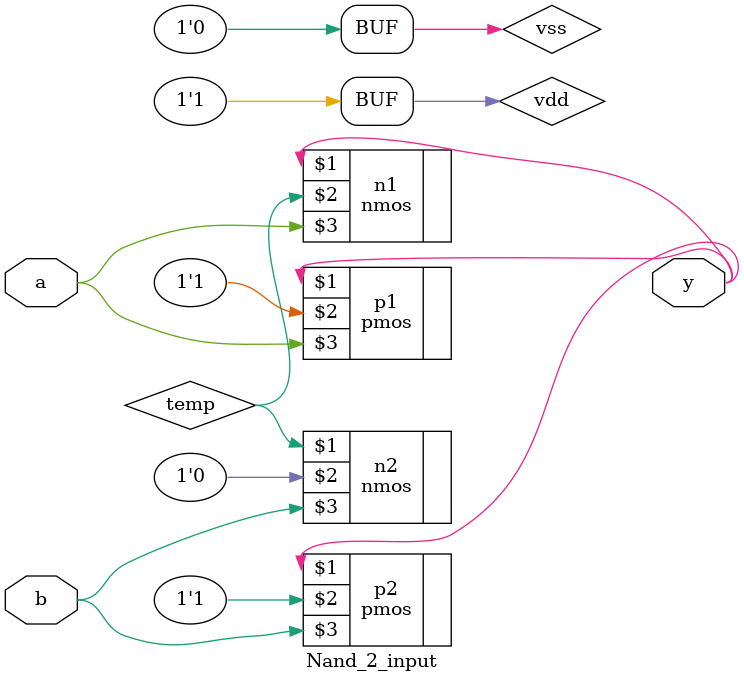
<source format=v>
`timescale 1ns / 1ps


module Nand_2_input(
input a,b,
output y
    );
    wire temp;
    supply1 vdd;
    supply0 vss;
    pmos p1(y,vdd,a);
    pmos p2(y,vdd,b);
    nmos n1(y,temp,a);
    nmos n2(temp,vss,b);
endmodule

</source>
